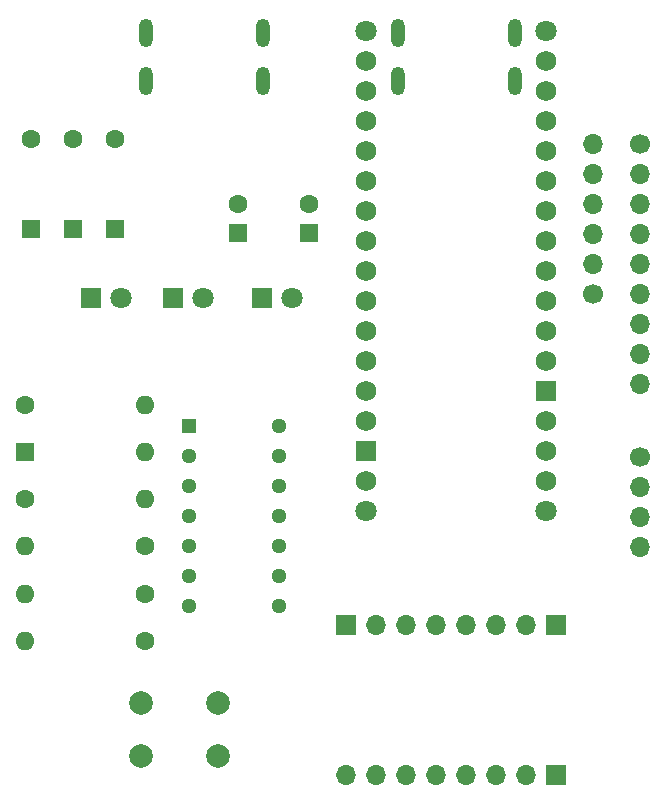
<source format=gbr>
%TF.GenerationSoftware,KiCad,Pcbnew,9.0.1-9.0.1-0~ubuntu24.04.1*%
%TF.CreationDate,2025-04-06T11:40:16+01:00*%
%TF.ProjectId,NanoMotorBreakout,4e616e6f-4d6f-4746-9f72-427265616b6f,rev?*%
%TF.SameCoordinates,Original*%
%TF.FileFunction,Soldermask,Bot*%
%TF.FilePolarity,Negative*%
%FSLAX46Y46*%
G04 Gerber Fmt 4.6, Leading zero omitted, Abs format (unit mm)*
G04 Created by KiCad (PCBNEW 9.0.1-9.0.1-0~ubuntu24.04.1) date 2025-04-06 11:40:16*
%MOMM*%
%LPD*%
G01*
G04 APERTURE LIST*
%ADD10C,1.700000*%
%ADD11O,1.700000X1.700000*%
%ADD12R,1.295400X1.295400*%
%ADD13C,1.295400*%
%ADD14C,2.000000*%
%ADD15C,1.600000*%
%ADD16O,1.600000X1.600000*%
%ADD17R,1.600000X1.600000*%
%ADD18R,1.700000X1.700000*%
%ADD19O,1.200000X2.400000*%
%ADD20R,1.800000X1.800000*%
%ADD21C,1.800000*%
%ADD22C,1.727200*%
%ADD23R,1.727200X1.727200*%
G04 APERTURE END LIST*
D10*
%TO.C,J4*%
X177240000Y-80760000D03*
D11*
X177240000Y-78220000D03*
X177240000Y-75680000D03*
X177240000Y-73140000D03*
X177240000Y-70600000D03*
X177240000Y-68060000D03*
%TD*%
D12*
%TO.C,U1*%
X143030000Y-91920000D03*
D13*
X143030000Y-94460000D03*
X143030000Y-97000000D03*
X143030000Y-99540000D03*
X143030000Y-102080000D03*
X143030000Y-104620000D03*
X143030000Y-107160000D03*
X150650000Y-107160000D03*
X150650000Y-104620000D03*
X150650000Y-102080000D03*
X150650000Y-99540000D03*
X150650000Y-97000000D03*
X150650000Y-94460000D03*
X150650000Y-91920000D03*
%TD*%
D14*
%TO.C,SW2*%
X138990000Y-115390000D03*
X145490000Y-115390000D03*
X138990000Y-119890000D03*
X145490000Y-119890000D03*
%TD*%
D10*
%TO.C,J5*%
X181240000Y-68060000D03*
D11*
X181240000Y-70600000D03*
X181240000Y-73140000D03*
X181240000Y-75680000D03*
X181240000Y-78220000D03*
X181240000Y-80760000D03*
X181240000Y-83300000D03*
X181240000Y-85840000D03*
X181240000Y-88380000D03*
%TD*%
D15*
%TO.C,R1*%
X129160000Y-90140000D03*
D16*
X139320000Y-90140000D03*
%TD*%
D17*
%TO.C,R2*%
X129160000Y-94140000D03*
D16*
X139320000Y-94140000D03*
%TD*%
D15*
%TO.C,C2*%
X153140000Y-73134888D03*
D17*
X153140000Y-75634888D03*
%TD*%
D15*
%TO.C,D3*%
X129640000Y-67630000D03*
D17*
X129640000Y-75250000D03*
%TD*%
D11*
%TO.C,M1*%
X156350000Y-121490000D03*
X158890000Y-121490000D03*
X161430000Y-121490000D03*
X163970000Y-121490000D03*
X166510000Y-121490000D03*
X169050000Y-121490000D03*
X171590000Y-121490000D03*
D18*
X174130000Y-121490000D03*
X174130000Y-108790000D03*
D11*
X171590000Y-108790000D03*
X169050000Y-108790000D03*
X166510000Y-108790000D03*
X163970000Y-108790000D03*
X161430000Y-108790000D03*
X158890000Y-108790000D03*
D18*
X156350000Y-108790000D03*
%TD*%
D15*
%TO.C,D1*%
X136740000Y-67630000D03*
D17*
X136740000Y-75250000D03*
%TD*%
D15*
%TO.C,R4*%
X139320000Y-102140000D03*
D16*
X129160000Y-102140000D03*
%TD*%
D19*
%TO.C,J2 Serial*%
X149290000Y-62711102D03*
X149290000Y-58711100D03*
X139390000Y-62711102D03*
X139390000Y-58711100D03*
%TD*%
D15*
%TO.C,D2*%
X133190000Y-67630000D03*
D17*
X133190000Y-75250000D03*
%TD*%
D20*
%TO.C,D5*%
X134700000Y-81140000D03*
D21*
X137240000Y-81140000D03*
%TD*%
D19*
%TO.C,J3 Power*%
X170590000Y-62711102D03*
X170590000Y-58711100D03*
X160690000Y-62711102D03*
X160690000Y-58711100D03*
%TD*%
D15*
%TO.C,C1*%
X147140000Y-73134888D03*
D17*
X147140000Y-75634888D03*
%TD*%
D20*
%TO.C,D4*%
X141700000Y-81140000D03*
D21*
X144240000Y-81140000D03*
%TD*%
D15*
%TO.C,R5*%
X139320000Y-106140000D03*
D16*
X129160000Y-106140000D03*
%TD*%
D21*
%TO.C,A1*%
X173240000Y-99160000D03*
X173240000Y-58520000D03*
X158000000Y-99160000D03*
X158000000Y-58520000D03*
D22*
X158000000Y-63600000D03*
X158000000Y-89000000D03*
X158000000Y-68680000D03*
X158000000Y-71220000D03*
X158000000Y-73760000D03*
X158000000Y-76300000D03*
X158000000Y-78840000D03*
X158000000Y-81380000D03*
X158000000Y-83920000D03*
X158000000Y-86460000D03*
X158000000Y-66140000D03*
X173240000Y-94080000D03*
X173240000Y-96620000D03*
X173240000Y-86460000D03*
X173240000Y-83920000D03*
X173240000Y-81380000D03*
X173240000Y-78840000D03*
X173240000Y-76300000D03*
X173240000Y-73760000D03*
X173240000Y-71220000D03*
X173240000Y-68680000D03*
X173240000Y-66140000D03*
X173240000Y-63600000D03*
X173240000Y-61060000D03*
X158000000Y-61060000D03*
D23*
X173240000Y-89000000D03*
X158000000Y-94080000D03*
D22*
X173240000Y-91540000D03*
X158000000Y-91540000D03*
X158000000Y-96620000D03*
%TD*%
D20*
%TO.C,D6*%
X149240000Y-81140000D03*
D21*
X151780000Y-81140000D03*
%TD*%
D10*
%TO.C,J1*%
X181240000Y-94600000D03*
D11*
X181240000Y-97140000D03*
X181240000Y-99680000D03*
X181240000Y-102220000D03*
%TD*%
D15*
%TO.C,R6*%
X139320000Y-110140000D03*
D16*
X129160000Y-110140000D03*
%TD*%
D15*
%TO.C,R3*%
X129160000Y-98140000D03*
D16*
X139320000Y-98140000D03*
%TD*%
M02*

</source>
